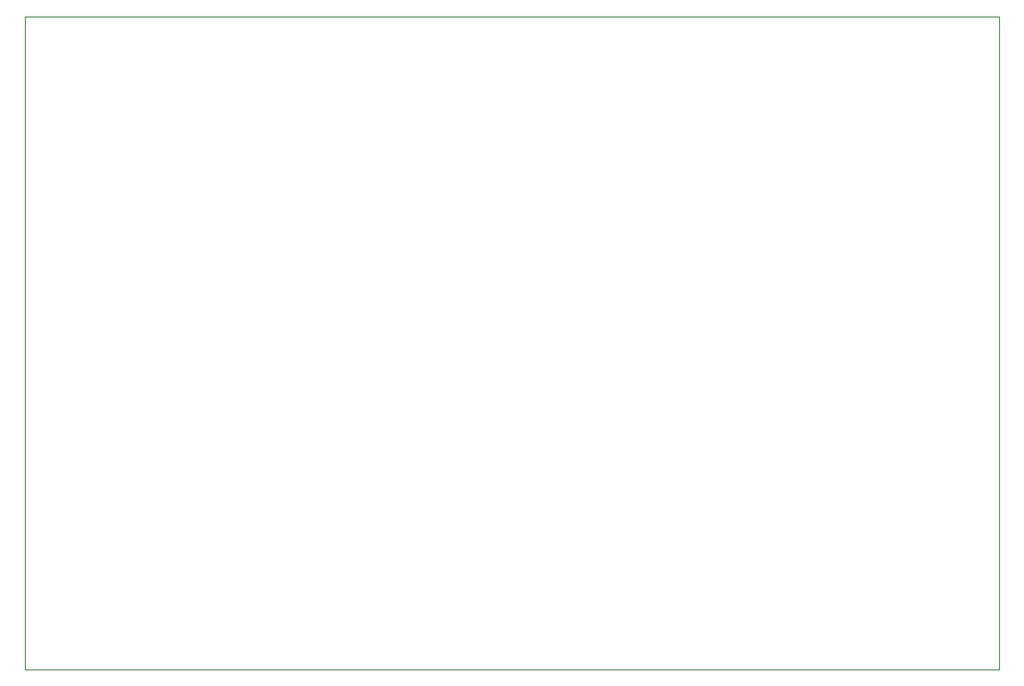
<source format=gm1>
G04 #@! TF.GenerationSoftware,KiCad,Pcbnew,8.0.0*
G04 #@! TF.CreationDate,2024-03-13T01:44:58+05:30*
G04 #@! TF.ProjectId,CoryDora,436f7279-446f-4726-912e-6b696361645f,rev?*
G04 #@! TF.SameCoordinates,Original*
G04 #@! TF.FileFunction,Profile,NP*
%FSLAX46Y46*%
G04 Gerber Fmt 4.6, Leading zero omitted, Abs format (unit mm)*
G04 Created by KiCad (PCBNEW 8.0.0) date 2024-03-13 01:44:58*
%MOMM*%
%LPD*%
G01*
G04 APERTURE LIST*
G04 #@! TA.AperFunction,Profile*
%ADD10C,0.050000*%
G04 #@! TD*
G04 APERTURE END LIST*
D10*
X81305400Y-85622862D02*
X170916600Y-85622862D01*
X170916600Y-145719262D01*
X81305400Y-145719262D01*
X81305400Y-85622862D01*
M02*

</source>
